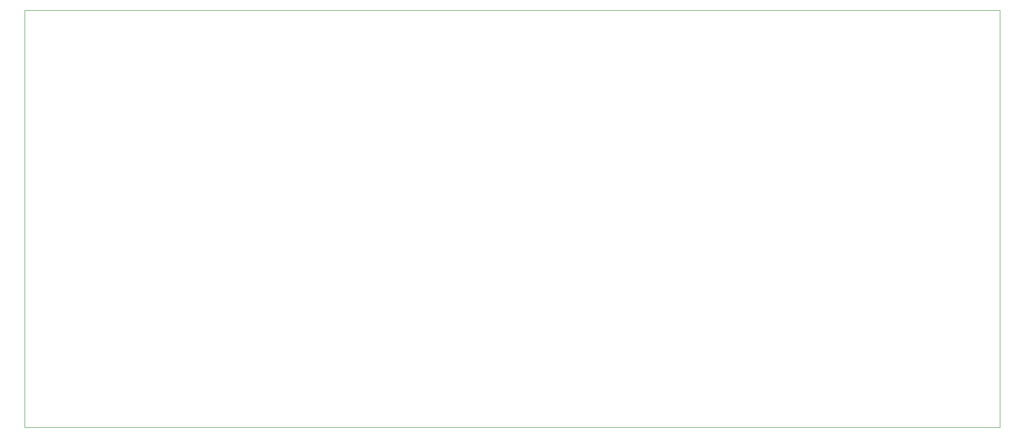
<source format=gko>
G04 Smart Collar 2.0 - Board Outline Layer*
%FSLAX24Y24*%
%MOIN*%
D10*
X000000Y000000D02*
X070000Y000000D01*
X070000Y030000D01*
X000000Y030000D01*
X000000Y000000D01*
M02*

</source>
